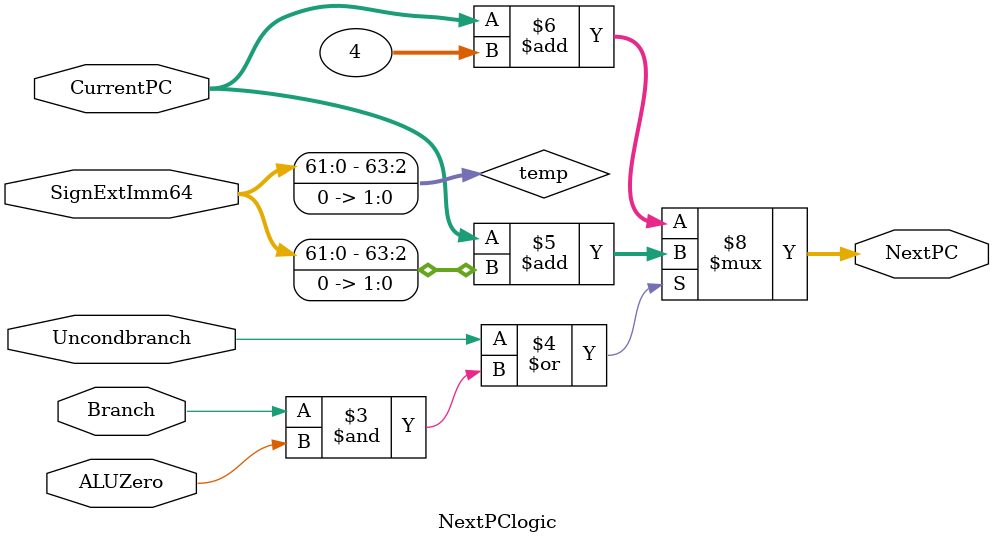
<source format=v>

module NextPClogic(NextPC, CurrentPC, SignExtImm64, Branch, ALUZero, Uncondbranch); 
       input [63:0] CurrentPC, SignExtImm64; 
       input Branch, ALUZero, Uncondbranch; 
       output reg [63:0] NextPC; 
       
       reg [63:0] temp;
       
       always @(*)
         begin		
           temp = SignExtImm64 << 2; // shift the sign extender by 2 
           if(Uncondbranch | (Branch & ALUZero)) //if the bracnh is taken
	      NextPC <= #3 CurrentPC + temp;  
           else
	      NextPC = #2 CurrentPC + 4; // nextPC value when branch is not taken
         end
       
endmodule

</source>
